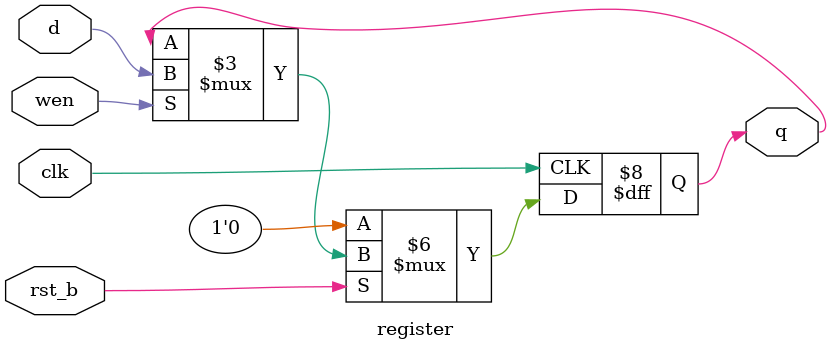
<source format=sv>


`timescale 1ns/1ps

module register #(
    parameter WL = 1)(
    input   logic               clk,
    input   logic               rst_b,
    input   logic   [WL-1:0]    d,
    output  logic   [WL-1:0]    q,
    input   logic               wen);

//---------------------------------------------------------------------------------------
// Register Definition 
//---------------------------------------------------------------------------------------


    always_ff @(posedge clk) begin
        if (~rst_b)
            q <= 'b0;
        else begin
            if (wen)
                q <= d;
        end
    end

endmodule: register

</source>
